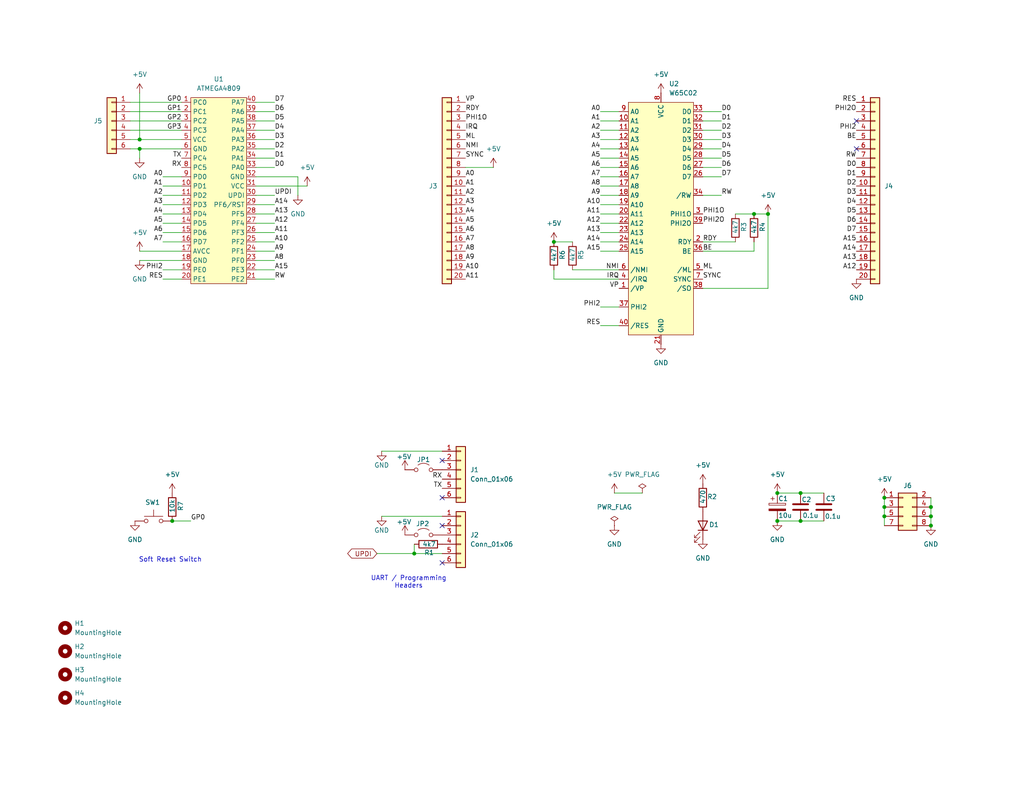
<source format=kicad_sch>
(kicad_sch (version 20231120) (generator "eeschema") (generator_version "8.0")
  (paper "A")
  (title_block (title "VR65C02") (date "2024-09-06") (rev "1.0a") (company "Colin Maykish") (comment 1 "github.com/crmaykish/VR65C02"))
  (lib_symbols
    (symbol "ATMEGA4809-DIP40:ATMEGA4809"
      (property "Reference" "U" (at 6.858 28.194 0))
      (property "Value" "ATMEGA4809" (at -3.302 27.94 0))
      (symbol "ATMEGA4809_1_1"
        (rectangle (start -7.62 26.67) (end 7.62 -24.13) (fill (type background)))
        (pin bidirectional line (at -10.16 25.4 0) (length 2.54) (name "PC0") (number "1"))
        (pin bidirectional line (at -10.16 2.54 0) (length 2.54) (name "PD1") (number "10"))
        (pin bidirectional line (at -10.16 0 0) (length 2.54) (name "PD2") (number "11"))
        (pin bidirectional line (at -10.16 -2.54 0) (length 2.54) (name "PD3") (number "12"))
        (pin bidirectional line (at -10.16 -5.08 0) (length 2.54) (name "PD4") (number "13"))
        (pin bidirectional line (at -10.16 -7.62 0) (length 2.54) (name "PD5") (number "14"))
        (pin bidirectional line (at -10.16 -10.16 0) (length 2.54) (name "PD6") (number "15"))
        (pin bidirectional line (at -10.16 -12.7 0) (length 2.54) (name "PD7") (number "16"))
        (pin power_in line (at -10.16 -15.24 0) (length 2.54) (name "AVCC") (number "17"))
        (pin power_in line (at -10.16 -17.78 0) (length 2.54) (name "GND") (number "18"))
        (pin bidirectional line (at -10.16 -20.32 0) (length 2.54) (name "PE0") (number "19"))
        (pin bidirectional line (at -10.16 22.86 0) (length 2.54) (name "PC1") (number "2"))
        (pin bidirectional line (at -10.16 -22.86 0) (length 2.54) (name "PE1") (number "20"))
        (pin bidirectional line (at 10.16 -22.86 180) (length 2.54) (name "PE2") (number "21"))
        (pin bidirectional line (at 10.16 -20.32 180) (length 2.54) (name "PE3") (number "22"))
        (pin bidirectional line (at 10.16 -17.78 180) (length 2.54) (name "PF0") (number "23"))
        (pin bidirectional line (at 10.16 -15.24 180) (length 2.54) (name "PF1") (number "24"))
        (pin bidirectional line (at 10.16 -12.7 180) (length 2.54) (name "PF2") (number "25"))
        (pin bidirectional line (at 10.16 -10.16 180) (length 2.54) (name "PF3") (number "26"))
        (pin bidirectional line (at 10.16 -7.62 180) (length 2.54) (name "PF4") (number "27"))
        (pin bidirectional line (at 10.16 -5.08 180) (length 2.54) (name "PF5") (number "28"))
        (pin bidirectional line (at 10.16 -2.54 180) (length 2.54) (name "PF6/RST") (number "29"))
        (pin bidirectional line (at -10.16 20.32 0) (length 2.54) (name "PC2") (number "3"))
        (pin bidirectional line (at 10.16 0 180) (length 2.54) (name "UPDI") (number "30"))
        (pin power_in line (at 10.16 2.54 180) (length 2.54) (name "VCC") (number "31"))
        (pin power_in line (at 10.16 5.08 180) (length 2.54) (name "GND") (number "32"))
        (pin bidirectional line (at 10.16 7.62 180) (length 2.54) (name "PA0") (number "33"))
        (pin bidirectional line (at 10.16 10.16 180) (length 2.54) (name "PA1") (number "34"))
        (pin bidirectional line (at 10.16 12.7 180) (length 2.54) (name "PA2") (number "35"))
        (pin bidirectional line (at 10.16 15.24 180) (length 2.54) (name "PA3") (number "36"))
        (pin bidirectional line (at 10.16 17.78 180) (length 2.54) (name "PA4") (number "37"))
        (pin bidirectional line (at 10.16 20.32 180) (length 2.54) (name "PA5") (number "38"))
        (pin bidirectional line (at 10.16 22.86 180) (length 2.54) (name "PA6") (number "39"))
        (pin bidirectional line (at -10.16 17.78 0) (length 2.54) (name "PC3") (number "4"))
        (pin bidirectional line (at 10.16 25.4 180) (length 2.54) (name "PA7") (number "40"))
        (pin power_in line (at -10.16 15.24 0) (length 2.54) (name "VCC") (number "5"))
        (pin power_in line (at -10.16 12.7 0) (length 2.54) (name "GND") (number "6"))
        (pin bidirectional line (at -10.16 10.16 0) (length 2.54) (name "PC4") (number "7"))
        (pin bidirectional line (at -10.16 7.62 0) (length 2.54) (name "PC5") (number "8"))
        (pin bidirectional line (at -10.16 5.08 0) (length 2.54) (name "PD0") (number "9"))
      )
    )
    (symbol "Connector_Generic:Conn_01x06" (pin_names (offset 1.016) hide)
      (property "Reference" "J" (at 0 7.62 0))
      (property "Value" "Conn_01x06" (at 0 -10.16 0))
      (symbol "Conn_01x06_1_1"
        (rectangle (start -1.27 -7.493) (end 0 -7.747) (stroke (width 0.1524)))
        (rectangle (start -1.27 -4.953) (end 0 -5.207) (stroke (width 0.1524)))
        (rectangle (start -1.27 -2.413) (end 0 -2.667) (stroke (width 0.1524)))
        (rectangle (start -1.27 0.127) (end 0 -0.127) (stroke (width 0.1524)))
        (rectangle (start -1.27 2.667) (end 0 2.413) (stroke (width 0.1524)))
        (rectangle (start -1.27 5.207) (end 0 4.953) (stroke (width 0.1524)))
        (rectangle (start -1.27 6.35) (end 1.27 -8.89) (stroke (width 0.254)) (fill (type background)))
        (pin passive line (at -5.08 5.08 0) (length 3.81) (name "Pin_1") (number "1"))
        (pin passive line (at -5.08 2.54 0) (length 3.81) (name "Pin_2") (number "2"))
        (pin passive line (at -5.08 0 0) (length 3.81) (name "Pin_3") (number "3"))
        (pin passive line (at -5.08 -2.54 0) (length 3.81) (name "Pin_4") (number "4"))
        (pin passive line (at -5.08 -5.08 0) (length 3.81) (name "Pin_5") (number "5"))
        (pin passive line (at -5.08 -7.62 0) (length 3.81) (name "Pin_6") (number "6"))
      )
    )
    (symbol "Connector_Generic:Conn_01x20" (pin_names (offset 1.016) hide)
      (property "Reference" "J" (at 0 25.4 0))
      (property "Value" "Conn_01x20" (at 0 -27.94 0))
      (symbol "Conn_01x20_1_1"
        (rectangle (start -1.27 -25.273) (end 0 -25.527) (stroke (width 0.1524)))
        (rectangle (start -1.27 -22.733) (end 0 -22.987) (stroke (width 0.1524)))
        (rectangle (start -1.27 -20.193) (end 0 -20.447) (stroke (width 0.1524)))
        (rectangle (start -1.27 -17.653) (end 0 -17.907) (stroke (width 0.1524)))
        (rectangle (start -1.27 -15.113) (end 0 -15.367) (stroke (width 0.1524)))
        (rectangle (start -1.27 -12.573) (end 0 -12.827) (stroke (width 0.1524)))
        (rectangle (start -1.27 -10.033) (end 0 -10.287) (stroke (width 0.1524)))
        (rectangle (start -1.27 -7.493) (end 0 -7.747) (stroke (width 0.1524)))
        (rectangle (start -1.27 -4.953) (end 0 -5.207) (stroke (width 0.1524)))
        (rectangle (start -1.27 -2.413) (end 0 -2.667) (stroke (width 0.1524)))
        (rectangle (start -1.27 0.127) (end 0 -0.127) (stroke (width 0.1524)))
        (rectangle (start -1.27 2.667) (end 0 2.413) (stroke (width 0.1524)))
        (rectangle (start -1.27 5.207) (end 0 4.953) (stroke (width 0.1524)))
        (rectangle (start -1.27 7.747) (end 0 7.493) (stroke (width 0.1524)))
        (rectangle (start -1.27 10.287) (end 0 10.033) (stroke (width 0.1524)))
        (rectangle (start -1.27 12.827) (end 0 12.573) (stroke (width 0.1524)))
        (rectangle (start -1.27 15.367) (end 0 15.113) (stroke (width 0.1524)))
        (rectangle (start -1.27 17.907) (end 0 17.653) (stroke (width 0.1524)))
        (rectangle (start -1.27 20.447) (end 0 20.193) (stroke (width 0.1524)))
        (rectangle (start -1.27 22.987) (end 0 22.733) (stroke (width 0.1524)))
        (rectangle (start -1.27 24.13) (end 1.27 -26.67) (stroke (width 0.254)) (fill (type background)))
        (pin passive line (at -5.08 22.86 0) (length 3.81) (name "Pin_1") (number "1"))
        (pin passive line (at -5.08 0 0) (length 3.81) (name "Pin_10") (number "10"))
        (pin passive line (at -5.08 -2.54 0) (length 3.81) (name "Pin_11") (number "11"))
        (pin passive line (at -5.08 -5.08 0) (length 3.81) (name "Pin_12") (number "12"))
        (pin passive line (at -5.08 -7.62 0) (length 3.81) (name "Pin_13") (number "13"))
        (pin passive line (at -5.08 -10.16 0) (length 3.81) (name "Pin_14") (number "14"))
        (pin passive line (at -5.08 -12.7 0) (length 3.81) (name "Pin_15") (number "15"))
        (pin passive line (at -5.08 -15.24 0) (length 3.81) (name "Pin_16") (number "16"))
        (pin passive line (at -5.08 -17.78 0) (length 3.81) (name "Pin_17") (number "17"))
        (pin passive line (at -5.08 -20.32 0) (length 3.81) (name "Pin_18") (number "18"))
        (pin passive line (at -5.08 -22.86 0) (length 3.81) (name "Pin_19") (number "19"))
        (pin passive line (at -5.08 20.32 0) (length 3.81) (name "Pin_2") (number "2"))
        (pin passive line (at -5.08 -25.4 0) (length 3.81) (name "Pin_20") (number "20"))
        (pin passive line (at -5.08 17.78 0) (length 3.81) (name "Pin_3") (number "3"))
        (pin passive line (at -5.08 15.24 0) (length 3.81) (name "Pin_4") (number "4"))
        (pin passive line (at -5.08 12.7 0) (length 3.81) (name "Pin_5") (number "5"))
        (pin passive line (at -5.08 10.16 0) (length 3.81) (name "Pin_6") (number "6"))
        (pin passive line (at -5.08 7.62 0) (length 3.81) (name "Pin_7") (number "7"))
        (pin passive line (at -5.08 5.08 0) (length 3.81) (name "Pin_8") (number "8"))
        (pin passive line (at -5.08 2.54 0) (length 3.81) (name "Pin_9") (number "9"))
      )
    )
    (symbol "Connector_Generic:Conn_02x04_Odd_Even" (pin_names (offset 1.016) hide)
      (property "Reference" "J" (at 1.27 5.08 0))
      (property "Value" "Conn_02x04_Odd_Even" (at 1.27 -7.62 0))
      (symbol "Conn_02x04_Odd_Even_1_1"
        (rectangle (start -1.27 -4.953) (end 0 -5.207) (stroke (width 0.1524)))
        (rectangle (start -1.27 -2.413) (end 0 -2.667) (stroke (width 0.1524)))
        (rectangle (start -1.27 0.127) (end 0 -0.127) (stroke (width 0.1524)))
        (rectangle (start -1.27 2.667) (end 0 2.413) (stroke (width 0.1524)))
        (rectangle (start -1.27 3.81) (end 3.81 -6.35) (stroke (width 0.254)) (fill (type background)))
        (rectangle (start 3.81 -4.953) (end 2.54 -5.207) (stroke (width 0.1524)))
        (rectangle (start 3.81 -2.413) (end 2.54 -2.667) (stroke (width 0.1524)))
        (rectangle (start 3.81 0.127) (end 2.54 -0.127) (stroke (width 0.1524)))
        (rectangle (start 3.81 2.667) (end 2.54 2.413) (stroke (width 0.1524)))
        (pin passive line (at -5.08 2.54 0) (length 3.81) (name "Pin_1") (number "1"))
        (pin passive line (at 7.62 2.54 180) (length 3.81) (name "Pin_2") (number "2"))
        (pin passive line (at -5.08 0 0) (length 3.81) (name "Pin_3") (number "3"))
        (pin passive line (at 7.62 0 180) (length 3.81) (name "Pin_4") (number "4"))
        (pin passive line (at -5.08 -2.54 0) (length 3.81) (name "Pin_5") (number "5"))
        (pin passive line (at 7.62 -2.54 180) (length 3.81) (name "Pin_6") (number "6"))
        (pin passive line (at -5.08 -5.08 0) (length 3.81) (name "Pin_7") (number "7"))
        (pin passive line (at 7.62 -5.08 180) (length 3.81) (name "Pin_8") (number "8"))
      )
    )
    (symbol "Device:C" (pin_numbers hide) (pin_names (offset 0.254))
      (property "Reference" "C" (at 0.635 2.54 0))
      (property "Value" "C" (at 0.635 -2.54 0))
      (symbol "C_0_1"
        (polyline (pts (xy -2.032 -0.762) (xy 2.032 -0.762)) (stroke (width 0.508)))
        (polyline (pts (xy -2.032 0.762) (xy 2.032 0.762)) (stroke (width 0.508)))
      )
      (symbol "C_1_1"
        (pin passive line (at 0 3.81 270) (length 2.794) (name "~") (number "1"))
        (pin passive line (at 0 -3.81 90) (length 2.794) (name "~") (number "2"))
      )
    )
    (symbol "Device:C_Polarized" (pin_numbers hide) (pin_names (offset 0.254))
      (property "Reference" "C" (at 0.635 2.54 0))
      (property "Value" "C_Polarized" (at 0.635 -2.54 0))
      (symbol "C_Polarized_0_1"
        (rectangle (start -2.286 0.508) (end 2.286 1.016))
        (polyline (pts (xy -1.778 2.286) (xy -0.762 2.286)))
        (polyline (pts (xy -1.27 2.794) (xy -1.27 1.778)))
        (rectangle (start 2.286 -0.508) (end -2.286 -1.016) (fill (type outline)))
      )
      (symbol "C_Polarized_1_1"
        (pin passive line (at 0 3.81 270) (length 2.794) (name "~") (number "1"))
        (pin passive line (at 0 -3.81 90) (length 2.794) (name "~") (number "2"))
      )
    )
    (symbol "Device:LED" (pin_numbers hide) (pin_names (offset 1.016) hide)
      (property "Reference" "D" (at 0 2.54 0))
      (property "Value" "LED" (at 0 -2.54 0))
      (symbol "LED_0_1"
        (polyline (pts (xy -1.27 -1.27) (xy -1.27 1.27)) (stroke (width 0.254)))
        (polyline (pts (xy -1.27 0) (xy 1.27 0)))
        (polyline (pts (xy 1.27 -1.27) (xy 1.27 1.27) (xy -1.27 0) (xy 1.27 -1.27)) (stroke (width 0.254)))
        (polyline (pts (xy -3.048 -0.762) (xy -4.572 -2.286) (xy -3.81 -2.286) (xy -4.572 -2.286) (xy -4.572 -1.524)))
        (polyline (pts (xy -1.778 -0.762) (xy -3.302 -2.286) (xy -2.54 -2.286) (xy -3.302 -2.286) (xy -3.302 -1.524)))
      )
      (symbol "LED_1_1"
        (pin passive line (at -3.81 0 0) (length 2.54) (name "K") (number "1"))
        (pin passive line (at 3.81 0 180) (length 2.54) (name "A") (number "2"))
      )
    )
    (symbol "Device:R" (pin_numbers hide) (pin_names (offset 0))
      (property "Reference" "R" (at 2.032 0 90))
      (property "Value" "R" (at 0 0 90))
      (symbol "R_0_1"
        (rectangle (start -1.016 -2.54) (end 1.016 2.54) (stroke (width 0.254)))
      )
      (symbol "R_1_1"
        (pin passive line (at 0 3.81 270) (length 1.27) (name "~") (number "1"))
        (pin passive line (at 0 -3.81 90) (length 1.27) (name "~") (number "2"))
      )
    )
    (symbol "Jumper:Jumper_2_Open" (pin_numbers hide) (pin_names (offset 0) hide) (exclude_from_sim yes)
      (property "Reference" "JP" (at 0 2.794 0))
      (property "Value" "Jumper_2_Open" (at 0 -2.286 0))
      (symbol "Jumper_2_Open_0_0"
        (circle (center -2.032 0) (radius 0.508))
        (circle (center 2.032 0) (radius 0.508))
      )
      (symbol "Jumper_2_Open_0_1"
        (arc (start 1.524 1.27) (mid 0 1.778) (end -1.524 1.27))
      )
      (symbol "Jumper_2_Open_1_1"
        (pin passive line (at -5.08 0 0) (length 2.54) (name "A") (number "1"))
        (pin passive line (at 5.08 0 180) (length 2.54) (name "B") (number "2"))
      )
    )
    (symbol "Mechanical:MountingHole" (pin_names (offset 1.016)) (exclude_from_sim yes) (in_bom no)
      (property "Reference" "H" (at 0 5.08 0))
      (property "Value" "MountingHole" (at 0 3.175 0))
      (symbol "MountingHole_0_1"
        (circle (center 0 0) (radius 1.27) (stroke (width 1.27)))
      )
    )
    (symbol "Switch:SW_Push" (pin_numbers hide) (pin_names (offset 1.016) hide)
      (property "Reference" "SW" (at 1.27 2.54 0))
      (property "Value" "SW_Push" (at 0 -1.524 0))
      (symbol "SW_Push_0_1"
        (circle (center -2.032 0) (radius 0.508))
        (polyline (pts (xy 0 1.27) (xy 0 3.048)))
        (polyline (pts (xy 2.54 1.27) (xy -2.54 1.27)))
        (circle (center 2.032 0) (radius 0.508))
        (pin passive line (at -5.08 0 0) (length 2.54) (name "1") (number "1"))
        (pin passive line (at 5.08 0 180) (length 2.54) (name "2") (number "2"))
      )
    )
    (symbol "W65Cxx:W65C02"
      (property "Reference" "U" (at 4.318 34.798 0))
      (property "Value" "W65C02" (at -6.858 34.798 0))
      (symbol "W65C02_1_1"
        (rectangle (start -8.89 33.02) (end 8.89 -30.48) (fill (type background)))
        (pin output line (at -11.43 -17.78 0) (length 2.54) (name "/VP") (number "1"))
        (pin output line (at -11.43 27.94 0) (length 2.54) (name "A1") (number "10"))
        (pin output line (at -11.43 25.4 0) (length 2.54) (name "A2") (number "11"))
        (pin output line (at -11.43 22.86 0) (length 2.54) (name "A3") (number "12"))
        (pin output line (at -11.43 20.32 0) (length 2.54) (name "A4") (number "13"))
        (pin output line (at -11.43 17.78 0) (length 2.54) (name "A5") (number "14"))
        (pin output line (at -11.43 15.24 0) (length 2.54) (name "A6") (number "15"))
        (pin output line (at -11.43 12.7 0) (length 2.54) (name "A7") (number "16"))
        (pin output line (at -11.43 10.16 0) (length 2.54) (name "A8") (number "17"))
        (pin output line (at -11.43 7.62 0) (length 2.54) (name "A9") (number "18"))
        (pin output line (at -11.43 5.08 0) (length 2.54) (name "A10") (number "19"))
        (pin bidirectional line (at 11.43 -5.08 180) (length 2.54) (name "RDY") (number "2"))
        (pin output line (at -11.43 2.54 0) (length 2.54) (name "A11") (number "20"))
        (pin power_in line (at 0 -33.02 90) (length 2.54) (name "GND") (number "21"))
        (pin output line (at -11.43 0 0) (length 2.54) (name "A12") (number "22"))
        (pin output line (at -11.43 -2.54 0) (length 2.54) (name "A13") (number "23"))
        (pin output line (at -11.43 -5.08 0) (length 2.54) (name "A14") (number "24"))
        (pin output line (at -11.43 -7.62 0) (length 2.54) (name "A15") (number "25"))
        (pin bidirectional line (at 11.43 12.7 180) (length 2.54) (name "D7") (number "26"))
        (pin bidirectional line (at 11.43 15.24 180) (length 2.54) (name "D6") (number "27"))
        (pin bidirectional line (at 11.43 17.78 180) (length 2.54) (name "D5") (number "28"))
        (pin bidirectional line (at 11.43 20.32 180) (length 2.54) (name "D4") (number "29"))
        (pin output line (at 11.43 2.54 180) (length 2.54) (name "PHI1O") (number "3"))
        (pin bidirectional line (at 11.43 22.86 180) (length 2.54) (name "D3") (number "30"))
        (pin bidirectional line (at 11.43 25.4 180) (length 2.54) (name "D2") (number "31"))
        (pin bidirectional line (at 11.43 27.94 180) (length 2.54) (name "D1") (number "32"))
        (pin bidirectional line (at 11.43 30.48 180) (length 2.54) (name "D0") (number "33"))
        (pin output line (at 11.43 7.62 180) (length 2.54) (name "/RW") (number "34"))
        (pin no_connect line (at 11.43 -20.32 180) (length 2.54) hide (name "NC") (number "35"))
        (pin input line (at 11.43 -7.62 180) (length 2.54) (name "BE") (number "36"))
        (pin input line (at -11.43 -22.86 0) (length 2.54) (name "PHI2") (number "37"))
        (pin input line (at 11.43 -17.78 180) (length 2.54) (name "/SO") (number "38"))
        (pin output line (at 11.43 0 180) (length 2.54) (name "PHI2O") (number "39"))
        (pin input line (at -11.43 -15.24 0) (length 2.54) (name "/IRQ") (number "4"))
        (pin input line (at -11.43 -27.94 0) (length 2.54) (name "/RES") (number "40"))
        (pin output line (at 11.43 -12.7 180) (length 2.54) (name "/ML") (number "5"))
        (pin input line (at -11.43 -12.7 0) (length 2.54) (name "/NMI") (number "6"))
        (pin output line (at 11.43 -15.24 180) (length 2.54) (name "SYNC") (number "7"))
        (pin power_in line (at 0 35.56 270) (length 2.54) (name "VCC") (number "8"))
        (pin output line (at -11.43 30.48 0) (length 2.54) (name "A0") (number "9"))
      )
    )
    (symbol "power:+5V" (power) (pin_numbers hide) (pin_names (offset 0) hide)
      (property "Value" "+5V" (at 0 3.556 0))
      (symbol "+5V_0_1"
        (polyline (pts (xy -0.762 1.27) (xy 0 2.54)))
        (polyline (pts (xy 0 0) (xy 0 2.54)))
        (polyline (pts (xy 0 2.54) (xy 0.762 1.27)))
      )
      (symbol "+5V_1_1"
        (pin power_in line (at 0 0 90) (length 0) (name "~") (number "1"))
      )
    )
    (symbol "power:GND" (power) (pin_numbers hide) (pin_names (offset 0) hide)
      (property "Value" "GND" (at 0 -3.81 0))
      (symbol "GND_0_1"
        (polyline (pts (xy 0 0) (xy 0 -1.27) (xy 1.27 -1.27) (xy 0 -2.54) (xy -1.27 -1.27) (xy 0 -1.27)))
      )
      (symbol "GND_1_1"
        (pin power_in line (at 0 0 270) (length 0) (name "~") (number "1"))
      )
    )
    (symbol "power:PWR_FLAG" (power) (pin_numbers hide) (pin_names (offset 0) hide)
      (property "Value" "PWR_FLAG" (at 0 3.81 0))
      (symbol "PWR_FLAG_0_0"
        (pin power_out line (at 0 0 90) (length 0) (name "~") (number "1"))
      )
      (symbol "PWR_FLAG_0_1"
        (polyline (pts (xy 0 0) (xy 0 1.27) (xy -1.016 1.905) (xy 0 2.54) (xy 1.016 1.905) (xy 0 1.27)))
      )
    )
  )
  (junction (at 212.09 142.24))
  (junction (at 241.3 140.97))
  (junction (at 254 140.97))
  (junction (at 46.99 142.24))
  (junction (at 254 138.43))
  (junction (at 209.55 58.42))
  (junction (at 205.74 58.42))
  (junction (at 254 143.51))
  (junction (at 241.3 138.43))
  (junction (at 241.3 135.89))
  (junction (at 218.44 142.24))
  (junction (at 38.1 40.64))
  (junction (at 212.09 134.62))
  (junction (at 38.1 38.1))
  (junction (at 151.13 66.04))
  (junction (at 218.44 134.62))
  (junction (at 113.03 151.13))
  (no_connect (at 120.65 125.73))
  (no_connect (at 233.68 40.64))
  (no_connect (at 120.65 143.51))
  (no_connect (at 120.65 135.89))
  (no_connect (at 120.65 153.67))
  (no_connect (at 233.68 33.02))
  (wire (pts (xy 212.09 142.24) (xy 218.44 142.24)))
  (wire (pts (xy 134.62 45.72) (xy 127 45.72)))
  (wire (pts (xy 218.44 142.24) (xy 224.79 142.24)))
  (wire (pts (xy 163.83 53.34) (xy 168.91 53.34)))
  (wire (pts (xy 156.21 73.66) (xy 168.91 73.66)))
  (wire (pts (xy 74.93 66.04) (xy 69.85 66.04)))
  (wire (pts (xy 241.3 138.43) (xy 241.3 140.97)))
  (wire (pts (xy 74.93 71.12) (xy 69.85 71.12)))
  (wire (pts (xy 35.56 33.02) (xy 49.53 33.02)))
  (wire (pts (xy 163.83 38.1) (xy 168.91 38.1)))
  (wire (pts (xy 44.45 66.04) (xy 49.53 66.04)))
  (wire (pts (xy 163.83 88.9) (xy 168.91 88.9)))
  (wire (pts (xy 35.56 35.56) (xy 49.53 35.56)))
  (wire (pts (xy 254 138.43) (xy 254 140.97)))
  (wire (pts (xy 74.93 40.64) (xy 69.85 40.64)))
  (wire (pts (xy 44.45 48.26) (xy 49.53 48.26)))
  (wire (pts (xy 74.93 43.18) (xy 69.85 43.18)))
  (wire (pts (xy 35.56 38.1) (xy 38.1 38.1)))
  (wire (pts (xy 74.93 73.66) (xy 69.85 73.66)))
  (wire (pts (xy 35.56 40.64) (xy 38.1 40.64)))
  (wire (pts (xy 200.66 58.42) (xy 205.74 58.42)))
  (wire (pts (xy 191.77 78.74) (xy 209.55 78.74)))
  (wire (pts (xy 163.83 40.64) (xy 168.91 40.64)))
  (wire (pts (xy 163.83 55.88) (xy 168.91 55.88)))
  (wire (pts (xy 151.13 76.2) (xy 151.13 73.66)))
  (wire (pts (xy 74.93 35.56) (xy 69.85 35.56)))
  (wire (pts (xy 209.55 58.42) (xy 209.55 78.74)))
  (wire (pts (xy 163.83 45.72) (xy 168.91 45.72)))
  (wire (pts (xy 163.83 63.5) (xy 168.91 63.5)))
  (wire (pts (xy 74.93 68.58) (xy 69.85 68.58)))
  (wire (pts (xy 74.93 38.1) (xy 69.85 38.1)))
  (wire (pts (xy 241.3 140.97) (xy 241.3 143.51)))
  (wire (pts (xy 196.85 45.72) (xy 191.77 45.72)))
  (wire (pts (xy 212.09 134.62) (xy 218.44 134.62)))
  (wire (pts (xy 196.85 38.1) (xy 191.77 38.1)))
  (wire (pts (xy 74.93 63.5) (xy 69.85 63.5)))
  (wire (pts (xy 74.93 76.2) (xy 69.85 76.2)))
  (wire (pts (xy 44.45 53.34) (xy 49.53 53.34)))
  (wire (pts (xy 44.45 73.66) (xy 49.53 73.66)))
  (wire (pts (xy 196.85 40.64) (xy 191.77 40.64)))
  (wire (pts (xy 196.85 43.18) (xy 191.77 43.18)))
  (wire (pts (xy 102.87 151.13) (xy 113.03 151.13)))
  (wire (pts (xy 163.83 58.42) (xy 168.91 58.42)))
  (wire (pts (xy 104.14 140.97) (xy 120.65 140.97)))
  (wire (pts (xy 44.45 76.2) (xy 49.53 76.2)))
  (wire (pts (xy 44.45 60.96) (xy 49.53 60.96)))
  (wire (pts (xy 44.45 58.42) (xy 49.53 58.42)))
  (wire (pts (xy 81.28 53.34) (xy 81.28 48.26)))
  (wire (pts (xy 205.74 58.42) (xy 209.55 58.42)))
  (wire (pts (xy 38.1 40.64) (xy 38.1 43.18)))
  (wire (pts (xy 38.1 68.58) (xy 49.53 68.58)))
  (wire (pts (xy 74.93 33.02) (xy 69.85 33.02)))
  (wire (pts (xy 151.13 66.04) (xy 156.21 66.04)))
  (wire (pts (xy 74.93 30.48) (xy 69.85 30.48)))
  (wire (pts (xy 74.93 53.34) (xy 69.85 53.34)))
  (wire (pts (xy 163.83 50.8) (xy 168.91 50.8)))
  (wire (pts (xy 113.03 151.13) (xy 120.65 151.13)))
  (wire (pts (xy 163.83 83.82) (xy 168.91 83.82)))
  (wire (pts (xy 163.83 68.58) (xy 168.91 68.58)))
  (wire (pts (xy 241.3 135.89) (xy 241.3 138.43)))
  (wire (pts (xy 163.83 48.26) (xy 168.91 48.26)))
  (wire (pts (xy 35.56 30.48) (xy 49.53 30.48)))
  (wire (pts (xy 163.83 33.02) (xy 168.91 33.02)))
  (wire (pts (xy 163.83 35.56) (xy 168.91 35.56)))
  (wire (pts (xy 81.28 48.26) (xy 69.85 48.26)))
  (wire (pts (xy 38.1 40.64) (xy 49.53 40.64)))
  (wire (pts (xy 44.45 55.88) (xy 49.53 55.88)))
  (wire (pts (xy 205.74 68.58) (xy 205.74 66.04)))
  (wire (pts (xy 196.85 35.56) (xy 191.77 35.56)))
  (wire (pts (xy 196.85 48.26) (xy 191.77 48.26)))
  (wire (pts (xy 38.1 38.1) (xy 49.53 38.1)))
  (wire (pts (xy 44.45 63.5) (xy 49.53 63.5)))
  (wire (pts (xy 196.85 33.02) (xy 191.77 33.02)))
  (wire (pts (xy 196.85 30.48) (xy 191.77 30.48)))
  (wire (pts (xy 218.44 134.62) (xy 224.79 134.62)))
  (wire (pts (xy 163.83 60.96) (xy 168.91 60.96)))
  (wire (pts (xy 52.07 142.24) (xy 46.99 142.24)))
  (wire (pts (xy 74.93 27.94) (xy 69.85 27.94)))
  (wire (pts (xy 38.1 71.12) (xy 49.53 71.12)))
  (wire (pts (xy 163.83 30.48) (xy 168.91 30.48)))
  (wire (pts (xy 38.1 25.4) (xy 38.1 38.1)))
  (wire (pts (xy 74.93 45.72) (xy 69.85 45.72)))
  (wire (pts (xy 167.64 134.62) (xy 175.26 134.62)))
  (wire (pts (xy 191.77 68.58) (xy 205.74 68.58)))
  (wire (pts (xy 74.93 55.88) (xy 69.85 55.88)))
  (wire (pts (xy 44.45 50.8) (xy 49.53 50.8)))
  (wire (pts (xy 113.03 148.59) (xy 113.03 151.13)))
  (wire (pts (xy 74.93 58.42) (xy 69.85 58.42)))
  (wire (pts (xy 191.77 66.04) (xy 200.66 66.04)))
  (wire (pts (xy 83.82 50.8) (xy 69.85 50.8)))
  (wire (pts (xy 163.83 66.04) (xy 168.91 66.04)))
  (wire (pts (xy 196.85 53.34) (xy 191.77 53.34)))
  (wire (pts (xy 104.14 123.19) (xy 120.65 123.19)))
  (wire (pts (xy 163.83 43.18) (xy 168.91 43.18)))
  (wire (pts (xy 35.56 27.94) (xy 49.53 27.94)))
  (wire (pts (xy 74.93 60.96) (xy 69.85 60.96)))
  (wire (pts (xy 254 140.97) (xy 254 143.51)))
  (wire (pts (xy 168.91 76.2) (xy 151.13 76.2)))
  (wire (pts (xy 254 135.89) (xy 254 138.43)))
  (text "Soft Reset Switch" (at 46.482 152.908 0) (effects (font (size 1.27 1.27))))
  (text "UART / Programming\nHeaders" (at 111.506 159.004 0) (effects (font (size 1.27 1.27))))
  (label "D0" (at 233.68 45.72 180))
  (label "D5" (at 74.93 33.02 0))
  (label "A12" (at 74.93 60.96 0))
  (label "A10" (at 74.93 66.04 0))
  (label "A9" (at 127 71.12 0))
  (label "D4" (at 74.93 35.56 0))
  (label "A1" (at 163.83 33.02 180))
  (label "PHI2" (at 163.83 83.82 180))
  (label "A5" (at 163.83 43.18 180))
  (label "A3" (at 127 55.88 0))
  (label "A7" (at 44.45 66.04 180))
  (label "RW" (at 233.68 43.18 180))
  (label "D3" (at 233.68 53.34 180))
  (label "A14" (at 163.83 66.04 180))
  (label "A2" (at 163.83 35.56 180))
  (label "D7" (at 233.68 63.5 180))
  (label "TX" (at 120.65 133.35 180))
  (label "A6" (at 127 63.5 0))
  (label "D2" (at 74.93 40.64 0))
  (label "A0" (at 44.45 48.26 180))
  (label "A12" (at 163.83 60.96 180))
  (label "GP0" (at 49.53 27.94 180))
  (label "GP3" (at 49.53 35.56 180))
  (label "D4" (at 196.85 40.64 0))
  (label "A9" (at 74.93 68.58 0))
  (label "A14" (at 74.93 55.88 0))
  (label "A8" (at 163.83 50.8 180))
  (label "A7" (at 163.83 48.26 180))
  (label "RW" (at 196.85 53.34 0))
  (label "GP0" (at 52.07 142.24 0))
  (label "ML" (at 127 38.1 0))
  (label "D0" (at 196.85 30.48 0))
  (label "PHI1O" (at 191.77 58.42 0))
  (label "A4" (at 163.83 40.64 180))
  (label "A9" (at 163.83 53.34 180))
  (label "A12" (at 233.68 73.66 180))
  (label "RES" (at 163.83 88.9 180))
  (label "RDY" (at 191.77 66.04 0))
  (label "PHI2O" (at 233.68 30.48 180))
  (label "A1" (at 127 50.8 0))
  (label "RES" (at 44.45 76.2 180))
  (label "ML" (at 191.77 73.66 0))
  (label "D1" (at 74.93 43.18 0))
  (label "A13" (at 74.93 58.42 0))
  (label "A13" (at 233.68 71.12 180))
  (label "VP" (at 127 27.94 0))
  (label "A11" (at 74.93 63.5 0))
  (label "D1" (at 233.68 48.26 180))
  (label "A1" (at 44.45 50.8 180))
  (label "D7" (at 196.85 48.26 0))
  (label "A13" (at 163.83 63.5 180))
  (label "RX" (at 49.53 45.72 180))
  (label "D3" (at 196.85 38.1 0))
  (label "A5" (at 127 60.96 0))
  (label "A6" (at 163.83 45.72 180))
  (label "A11" (at 127 76.2 0))
  (label "A15" (at 163.83 68.58 180))
  (label "GP1" (at 49.53 30.48 180))
  (label "NMI" (at 127 40.64 0))
  (label "A15" (at 74.93 73.66 0))
  (label "SYNC" (at 191.77 76.2 0))
  (label "A5" (at 44.45 60.96 180))
  (label "A14" (at 233.68 68.58 180))
  (label "PHI2" (at 44.45 73.66 180))
  (label "A8" (at 127 68.58 0))
  (label "A10" (at 127 73.66 0))
  (label "A3" (at 163.83 38.1 180))
  (label "A2" (at 127 53.34 0))
  (label "RW" (at 74.93 76.2 0))
  (label "A0" (at 127 48.26 0))
  (label "D6" (at 196.85 45.72 0))
  (label "BE" (at 191.77 68.58 0))
  (label "PHI2" (at 233.68 35.56 180))
  (label "D0" (at 74.93 45.72 0))
  (label "A10" (at 163.83 55.88 180))
  (label "A15" (at 233.68 66.04 180))
  (label "RDY" (at 127 30.48 0))
  (label "VP" (at 168.91 78.74 180))
  (label "D7" (at 74.93 27.94 0))
  (label "A2" (at 44.45 53.34 180))
  (label "D5" (at 233.68 58.42 180))
  (label "RX" (at 120.65 130.81 180))
  (label "D3" (at 74.93 38.1 0))
  (label "D6" (at 233.68 60.96 180))
  (label "IRQ" (at 168.91 76.2 180))
  (label "UPDI" (at 74.93 53.34 0))
  (label "SYNC" (at 127 43.18 0))
  (label "A8" (at 74.93 71.12 0))
  (label "D4" (at 233.68 55.88 180))
  (label "A4" (at 127 58.42 0))
  (label "D6" (at 74.93 30.48 0))
  (label "A7" (at 127 66.04 0))
  (label "D5" (at 196.85 43.18 0))
  (label "PHI1O" (at 127 33.02 0))
  (label "A6" (at 44.45 63.5 180))
  (label "PHI2O" (at 191.77 60.96 0))
  (label "A3" (at 44.45 55.88 180))
  (label "GP2" (at 49.53 33.02 180))
  (label "D2" (at 196.85 35.56 0))
  (label "D2" (at 233.68 50.8 180))
  (label "A11" (at 163.83 58.42 180))
  (label "NMI" (at 168.91 73.66 180))
  (label "D1" (at 196.85 33.02 0))
  (label "RES" (at 233.68 27.94 180))
  (label "A0" (at 163.83 30.48 180))
  (label "IRQ" (at 127 35.56 0))
  (label "A4" (at 44.45 58.42 180))
  (label "TX" (at 49.53 43.18 180))
  (label "BE" (at 233.68 38.1 180))
  (global_label "UPDI" (shape bidirectional) (at 102.87 151.13 180) (property "Intersheetrefs" "${INTERSHEET_REFS}" (effects (hide yes))))
  (symbol (lib_id "Mechanical:MountingHole") (at 17.78 171.45 0) (unit 1) (exclude_from_sim yes) (in_bom no)
    (property "Reference" "H1" (at 20.32 170.1799 0) (effects (justify left)))
    (property "Value" "MountingHole" (at 20.32 172.7199 0) (effects (justify left)))
    (property "Footprint" "MountingHole:MountingHole_3.2mm_M3" (effects (hide yes)))
    (property "Description" "Mounting Hole without connection" (effects (hide yes)))
  )
  (symbol (lib_id "power:+5V") (at 241.3 135.89 0) (unit 1)
    (property "Reference" "#PWR021" (effects (hide yes)))
    (property "Value" "+5V" (at 241.3 130.81 0))
    (property "Description" "Power symbol creates a global label with name \"+5V\"" (effects (hide yes)))
  )
  (symbol (lib_id "Connector_Generic:Conn_01x06") (at 125.73 128.27 0) (unit 1)
    (property "Reference" "J1" (at 128.27 128.2699 0) (effects (justify left)))
    (property "Value" "Conn_01x06" (at 128.27 130.8099 0) (effects (justify left)))
    (property "Footprint" "Connector_PinSocket_2.54mm:PinSocket_1x06_P2.54mm_Vertical" (effects (hide yes)))
    (property "Description" "Generic connector, single row, 01x06, script generated (kicad-library-utils/schlib/autogen/connector/)" (effects (hide yes)))
  )
  (symbol (lib_id "Device:C") (at 224.79 138.43 0) (unit 1)
    (property "Reference" "C3" (at 225.298 136.144 0) (effects (justify left)))
    (property "Value" "0.1u" (at 225.044 140.97 0) (effects (justify left)))
    (property "Footprint" "Capacitor_THT:C_Disc_D4.7mm_W2.5mm_P5.00mm" (effects (hide yes)))
    (property "Description" "Unpolarized capacitor" (effects (hide yes)))
  )
  (symbol (lib_id "power:+5V") (at 212.09 134.62 0) (unit 1)
    (property "Reference" "#PWR017" (effects (hide yes)))
    (property "Value" "+5V" (at 212.09 129.54 0))
    (property "Description" "Power symbol creates a global label with name \"+5V\"" (effects (hide yes)))
  )
  (symbol (lib_id "power:GND") (at 104.14 123.19 0) (unit 1)
    (property "Reference" "#PWR09" (effects (hide yes)))
    (property "Value" "GND" (at 104.14 127 0))
    (property "Description" "Power symbol creates a global label with name \"GND\" , ground" (effects (hide yes)))
  )
  (symbol (lib_id "Device:R") (at 46.99 138.43 180) (unit 1)
    (property "Reference" "R7" (at 49.276 138.176 90))
    (property "Value" "10k" (at 46.99 138.176 90))
    (property "Footprint" "Resistor_THT:R_Axial_DIN0207_L6.3mm_D2.5mm_P7.62mm_Horizontal" (effects (hide yes)))
    (property "Description" "Resistor" (effects (hide yes)))
  )
  (symbol (lib_id "power:GND") (at 180.34 93.98 0) (unit 1)
    (property "Reference" "#PWR01" (effects (hide yes)))
    (property "Value" "GND" (at 180.34 99.06 0))
    (property "Description" "Power symbol creates a global label with name \"GND\" , ground" (effects (hide yes)))
  )
  (symbol (lib_id "Switch:SW_Push") (at 41.91 142.24 0) (unit 1)
    (property "Reference" "SW1" (at 41.656 137.16 0))
    (property "Value" "SW_Push" (effects (hide yes)))
    (property "Footprint" "Button_Switch_THT:SW_PUSH_6mm_H5mm" (effects (hide yes)))
    (property "Description" "Push button switch, generic, two pins" (effects (hide yes)))
  )
  (symbol (lib_id "power:+5V") (at 180.34 25.4 0) (unit 1)
    (property "Reference" "#PWR02" (effects (hide yes)))
    (property "Value" "+5V" (at 180.34 20.32 0))
    (property "Description" "Power symbol creates a global label with name \"+5V\"" (effects (hide yes)))
  )
  (symbol (lib_id "power:+5V") (at 134.62 45.72 0) (unit 1)
    (property "Reference" "#PWR08" (effects (hide yes)))
    (property "Value" "+5V" (at 134.62 40.64 0))
    (property "Description" "Power symbol creates a global label with name \"+5V\"" (effects (hide yes)))
  )
  (symbol (lib_id "Mechanical:MountingHole") (at 17.78 190.5 0) (unit 1) (exclude_from_sim yes) (in_bom no)
    (property "Reference" "H4" (at 20.32 189.2299 0) (effects (justify left)))
    (property "Value" "MountingHole" (at 20.32 191.7699 0) (effects (justify left)))
    (property "Footprint" "MountingHole:MountingHole_3.2mm_M3" (effects (hide yes)))
    (property "Description" "Mounting Hole without connection" (effects (hide yes)))
  )
  (symbol (lib_id "Jumper:Jumper_2_Open") (at 115.57 128.27 0) (unit 1) (exclude_from_sim yes)
    (property "Reference" "JP1" (at 115.57 125.476 0))
    (property "Value" "Jumper_2_Open" (effects (hide yes)))
    (property "Footprint" "Connector_PinHeader_2.54mm:PinHeader_1x02_P2.54mm_Vertical" (effects (hide yes)))
    (property "Description" "Jumper, 2-pole, open" (effects (hide yes)))
  )
  (symbol (lib_id "Connector_Generic:Conn_01x20") (at 121.92 50.8 0) (mirror y) (unit 1)
    (property "Reference" "J3" (at 119.38 50.7999 0) (effects (justify left)))
    (property "Value" "Conn_01x20" (effects (hide yes)))
    (property "Footprint" "Connector_PinHeader_2.54mm:PinHeader_1x20_P2.54mm_Vertical" (effects (hide yes)))
    (property "Description" "Generic connector, single row, 01x20, script generated (kicad-library-utils/schlib/autogen/connector/)" (effects (hide yes)))
  )
  (symbol (lib_id "power:+5V") (at 167.64 134.62 0) (unit 1)
    (property "Reference" "#PWR023" (effects (hide yes)))
    (property "Value" "+5V" (at 167.64 129.54 0))
    (property "Description" "Power symbol creates a global label with name \"+5V\"" (effects (hide yes)))
  )
  (symbol (lib_id "power:GND") (at 233.68 76.2 0) (unit 1)
    (property "Reference" "#PWR07" (effects (hide yes)))
    (property "Value" "GND" (at 233.68 81.28 0))
    (property "Description" "Power symbol creates a global label with name \"GND\" , ground" (effects (hide yes)))
  )
  (symbol (lib_id "power:GND") (at 38.1 43.18 0) (unit 1)
    (property "Reference" "#PWR04" (effects (hide yes)))
    (property "Value" "GND" (at 38.1 48.26 0))
    (property "Description" "Power symbol creates a global label with name \"GND\" , ground" (effects (hide yes)))
  )
  (symbol (lib_id "power:GND") (at 254 143.51 0) (unit 1)
    (property "Reference" "#PWR022" (effects (hide yes)))
    (property "Value" "GND" (at 254 148.59 0))
    (property "Description" "Power symbol creates a global label with name \"GND\" , ground" (effects (hide yes)))
  )
  (symbol (lib_id "Device:R") (at 205.74 62.23 180) (unit 1)
    (property "Reference" "R4" (at 208.026 61.976 90))
    (property "Value" "4k7" (at 205.74 61.976 90))
    (property "Footprint" "Resistor_THT:R_Axial_DIN0207_L6.3mm_D2.5mm_P7.62mm_Horizontal" (effects (hide yes)))
    (property "Description" "Resistor" (effects (hide yes)))
  )
  (symbol (lib_id "Device:R") (at 191.77 135.89 180) (unit 1)
    (property "Reference" "R2" (at 194.31 135.636 0))
    (property "Value" "470" (at 191.77 135.636 90))
    (property "Footprint" "Resistor_THT:R_Axial_DIN0207_L6.3mm_D2.5mm_P7.62mm_Horizontal" (effects (hide yes)))
    (property "Description" "Resistor" (effects (hide yes)))
  )
  (symbol (lib_id "power:GND") (at 191.77 147.32 0) (unit 1)
    (property "Reference" "#PWR020" (effects (hide yes)))
    (property "Value" "GND" (at 191.77 152.4 0))
    (property "Description" "Power symbol creates a global label with name \"GND\" , ground" (effects (hide yes)))
  )
  (symbol (lib_id "Device:LED") (at 191.77 143.51 270) (mirror x) (unit 1)
    (property "Reference" "D1" (at 194.818 143.256 90))
    (property "Value" "LED" (effects (hide yes)))
    (property "Footprint" "LED_THT:LED_D5.0mm" (effects (hide yes)))
    (property "Description" "Light emitting diode" (effects (hide yes)))
  )
  (symbol (lib_id "power:+5V") (at 83.82 50.8 0) (unit 1)
    (property "Reference" "#PWR015" (effects (hide yes)))
    (property "Value" "+5V" (at 83.82 45.72 0))
    (property "Description" "Power symbol creates a global label with name \"+5V\"" (effects (hide yes)))
  )
  (symbol (lib_id "power:GND") (at 38.1 71.12 0) (unit 1)
    (property "Reference" "#PWR014" (effects (hide yes)))
    (property "Value" "GND" (at 38.1 76.2 0))
    (property "Description" "Power symbol creates a global label with name \"GND\" , ground" (effects (hide yes)))
  )
  (symbol (lib_id "Connector_Generic:Conn_02x04_Odd_Even") (at 246.38 138.43 0) (unit 1)
    (property "Reference" "J6" (at 247.65 132.588 0))
    (property "Value" "Conn_02x04_Odd_Even" (effects (hide yes)))
    (property "Footprint" "Connector_PinHeader_2.54mm:PinHeader_2x04_P2.54mm_Vertical" (effects (hide yes)))
    (property "Description" "Generic connector, double row, 02x04, odd/even pin numbering scheme (row 1 odd numbers, row 2 even numbers), script generated (kicad-library-utils/schlib/autogen/connector/)" (effects (hide yes)))
  )
  (symbol (lib_id "power:+5V") (at 151.13 66.04 0) (unit 1)
    (property "Reference" "#PWR06" (effects (hide yes)))
    (property "Value" "+5V" (at 151.13 60.96 0))
    (property "Description" "Power symbol creates a global label with name \"+5V\"" (effects (hide yes)))
  )
  (symbol (lib_id "W65Cxx:W65C02") (at 180.34 60.96 0) (unit 1)
    (property "Reference" "U2" (at 182.5341 22.86 0) (effects (justify left)))
    (property "Value" "W65C02" (at 182.5341 25.4 0) (effects (justify left)))
    (property "Footprint" "Package_DIP:DIP-40_W15.24mm" (effects (hide yes)))
  )
  (symbol (lib_id "Device:R") (at 116.84 148.59 90) (unit 1)
    (property "Reference" "R1" (at 117.094 150.876 90))
    (property "Value" "4k7" (at 117.094 148.59 90))
    (property "Footprint" "Resistor_THT:R_Axial_DIN0207_L6.3mm_D2.5mm_P7.62mm_Horizontal" (effects (hide yes)))
    (property "Description" "Resistor" (effects (hide yes)))
  )
  (symbol (lib_id "power:+5V") (at 110.49 146.05 0) (unit 1)
    (property "Reference" "#PWR012" (effects (hide yes)))
    (property "Value" "+5V" (at 110.236 142.494 0))
    (property "Description" "Power symbol creates a global label with name \"+5V\"" (effects (hide yes)))
  )
  (symbol (lib_id "power:+5V") (at 191.77 132.08 0) (unit 1)
    (property "Reference" "#PWR019" (effects (hide yes)))
    (property "Value" "+5V" (at 191.77 127 0))
    (property "Description" "Power symbol creates a global label with name \"+5V\"" (effects (hide yes)))
  )
  (symbol (lib_id "Device:C") (at 218.44 138.43 0) (unit 1)
    (property "Reference" "C2" (at 218.694 136.398 0) (effects (justify left)))
    (property "Value" "0.1u" (at 218.948 140.716 0) (effects (justify left)))
    (property "Footprint" "Capacitor_THT:C_Disc_D4.7mm_W2.5mm_P5.00mm" (effects (hide yes)))
    (property "Description" "Unpolarized capacitor" (effects (hide yes)))
  )
  (symbol (lib_id "Mechanical:MountingHole") (at 17.78 177.8 0) (unit 1) (exclude_from_sim yes) (in_bom no)
    (property "Reference" "H2" (at 20.32 176.5299 0) (effects (justify left)))
    (property "Value" "MountingHole" (at 20.32 179.0699 0) (effects (justify left)))
    (property "Footprint" "MountingHole:MountingHole_3.2mm_M3" (effects (hide yes)))
    (property "Description" "Mounting Hole without connection" (effects (hide yes)))
  )
  (symbol (lib_id "power:GND") (at 36.83 142.24 0) (unit 1)
    (property "Reference" "#PWR026" (effects (hide yes)))
    (property "Value" "GND" (at 36.83 147.32 0))
    (property "Description" "Power symbol creates a global label with name \"GND\" , ground" (effects (hide yes)))
  )
  (symbol (lib_id "Device:R") (at 156.21 69.85 180) (unit 1)
    (property "Reference" "R5" (at 158.496 69.596 90))
    (property "Value" "4k7" (at 156.21 69.596 90))
    (property "Footprint" "Resistor_THT:R_Axial_DIN0207_L6.3mm_D2.5mm_P7.62mm_Horizontal" (effects (hide yes)))
    (property "Description" "Resistor" (effects (hide yes)))
  )
  (symbol (lib_id "power:+5V") (at 38.1 68.58 0) (unit 1)
    (property "Reference" "#PWR013" (effects (hide yes)))
    (property "Value" "+5V" (at 38.1 63.5 0))
    (property "Description" "Power symbol creates a global label with name \"+5V\"" (effects (hide yes)))
  )
  (symbol (lib_id "Connector_Generic:Conn_01x20") (at 238.76 50.8 0) (unit 1)
    (property "Reference" "J4" (at 241.3 50.7999 0) (effects (justify left)))
    (property "Value" "Conn_01x20" (effects (hide yes)))
    (property "Footprint" "Connector_PinHeader_2.54mm:PinHeader_1x20_P2.54mm_Vertical" (effects (hide yes)))
    (property "Description" "Generic connector, single row, 01x20, script generated (kicad-library-utils/schlib/autogen/connector/)" (effects (hide yes)))
  )
  (symbol (lib_id "power:GND") (at 104.14 140.97 0) (unit 1)
    (property "Reference" "#PWR010" (effects (hide yes)))
    (property "Value" "GND" (at 104.14 144.78 0))
    (property "Description" "Power symbol creates a global label with name \"GND\" , ground" (effects (hide yes)))
  )
  (symbol (lib_id "power:PWR_FLAG") (at 167.64 143.51 0) (unit 1)
    (property "Reference" "#FLG02" (effects (hide yes)))
    (property "Value" "PWR_FLAG" (at 167.64 138.43 0))
    (property "Description" "Special symbol for telling ERC where power comes from" (effects (hide yes)))
  )
  (symbol (lib_id "power:PWR_FLAG") (at 175.26 134.62 0) (unit 1)
    (property "Reference" "#FLG01" (effects (hide yes)))
    (property "Value" "PWR_FLAG" (at 175.26 129.54 0))
    (property "Description" "Special symbol for telling ERC where power comes from" (effects (hide yes)))
  )
  (symbol (lib_id "power:+5V") (at 110.49 128.27 0) (unit 1)
    (property "Reference" "#PWR011" (effects (hide yes)))
    (property "Value" "+5V" (at 110.236 124.714 0))
    (property "Description" "Power symbol creates a global label with name \"+5V\"" (effects (hide yes)))
  )
  (symbol (lib_id "power:GND") (at 212.09 142.24 0) (unit 1)
    (property "Reference" "#PWR018" (effects (hide yes)))
    (property "Value" "GND" (at 212.09 147.32 0))
    (property "Description" "Power symbol creates a global label with name \"GND\" , ground" (effects (hide yes)))
  )
  (symbol (lib_id "Device:R") (at 200.66 62.23 180) (unit 1)
    (property "Reference" "R3" (at 202.946 61.976 90))
    (property "Value" "4k7" (at 200.66 61.976 90))
    (property "Footprint" "Resistor_THT:R_Axial_DIN0207_L6.3mm_D2.5mm_P7.62mm_Horizontal" (effects (hide yes)))
    (property "Description" "Resistor" (effects (hide yes)))
  )
  (symbol (lib_id "power:+5V") (at 209.55 58.42 0) (unit 1)
    (property "Reference" "#PWR05" (effects (hide yes)))
    (property "Value" "+5V" (at 209.55 53.34 0))
    (property "Description" "Power symbol creates a global label with name \"+5V\"" (effects (hide yes)))
  )
  (symbol (lib_id "power:+5V") (at 38.1 25.4 0) (unit 1)
    (property "Reference" "#PWR03" (effects (hide yes)))
    (property "Value" "+5V" (at 38.1 20.32 0))
    (property "Description" "Power symbol creates a global label with name \"+5V\"" (effects (hide yes)))
  )
  (symbol (lib_id "Connector_Generic:Conn_01x06") (at 30.48 33.02 0) (mirror y) (unit 1)
    (property "Reference" "J5" (at 27.94 33.0199 0) (effects (justify left)))
    (property "Value" "Conn_01x06" (effects (hide yes)))
    (property "Footprint" "Connector_PinHeader_2.54mm:PinHeader_1x06_P2.54mm_Vertical" (effects (hide yes)))
    (property "Description" "Generic connector, single row, 01x06, script generated (kicad-library-utils/schlib/autogen/connector/)" (effects (hide yes)))
  )
  (symbol (lib_id "Mechanical:MountingHole") (at 17.78 184.15 0) (unit 1) (exclude_from_sim yes) (in_bom no)
    (property "Reference" "H3" (at 20.32 182.8799 0) (effects (justify left)))
    (property "Value" "MountingHole" (at 20.32 185.4199 0) (effects (justify left)))
    (property "Footprint" "MountingHole:MountingHole_3.2mm_M3" (effects (hide yes)))
    (property "Description" "Mounting Hole without connection" (effects (hide yes)))
  )
  (symbol (lib_id "power:GND") (at 81.28 53.34 0) (unit 1)
    (property "Reference" "#PWR016" (effects (hide yes)))
    (property "Value" "GND" (at 81.28 58.42 0))
    (property "Description" "Power symbol creates a global label with name \"GND\" , ground" (effects (hide yes)))
  )
  (symbol (lib_id "Jumper:Jumper_2_Open") (at 115.57 146.05 0) (unit 1) (exclude_from_sim yes)
    (property "Reference" "JP2" (at 115.316 143.002 0))
    (property "Value" "Jumper_2_Open" (effects (hide yes)))
    (property "Footprint" "Connector_PinHeader_2.54mm:PinHeader_1x02_P2.54mm_Vertical" (effects (hide yes)))
    (property "Description" "Jumper, 2-pole, open" (effects (hide yes)))
  )
  (symbol (lib_id "Device:C_Polarized") (at 212.09 138.43 0) (unit 1)
    (property "Reference" "C1" (at 212.344 136.144 0) (effects (justify left)))
    (property "Value" "10u" (at 212.344 140.716 0) (effects (justify left)))
    (property "Footprint" "Capacitor_THT:CP_Radial_D5.0mm_P2.50mm" (effects (hide yes)))
    (property "Description" "Polarized capacitor" (effects (hide yes)))
  )
  (symbol (lib_id "Device:R") (at 151.13 69.85 180) (unit 1)
    (property "Reference" "R6" (at 153.416 69.596 90))
    (property "Value" "4k7" (at 151.13 69.596 90))
    (property "Footprint" "Resistor_THT:R_Axial_DIN0207_L6.3mm_D2.5mm_P7.62mm_Horizontal" (effects (hide yes)))
    (property "Description" "Resistor" (effects (hide yes)))
  )
  (symbol (lib_id "Connector_Generic:Conn_01x06") (at 125.73 146.05 0) (unit 1)
    (property "Reference" "J2" (at 128.27 146.0499 0) (effects (justify left)))
    (property "Value" "Conn_01x06" (at 128.27 148.5899 0) (effects (justify left)))
    (property "Footprint" "Connector_PinSocket_2.54mm:PinSocket_1x06_P2.54mm_Vertical" (effects (hide yes)))
    (property "Description" "Generic connector, single row, 01x06, script generated (kicad-library-utils/schlib/autogen/connector/)" (effects (hide yes)))
  )
  (symbol (lib_id "ATMEGA4809-DIP40:ATMEGA4809") (at 59.69 53.34 0) (unit 1)
    (property "Reference" "U1" (at 59.69 21.59 0))
    (property "Value" "ATMEGA4809" (at 59.69 24.13 0))
    (property "Footprint" "Package_DIP:DIP-40_W15.24mm" (effects (hide yes)))
  )
  (symbol (lib_id "power:+5V") (at 46.99 134.62 0) (unit 1)
    (property "Reference" "#PWR025" (effects (hide yes)))
    (property "Value" "+5V" (at 46.99 129.54 0))
    (property "Description" "Power symbol creates a global label with name \"+5V\"" (effects (hide yes)))
  )
  (symbol (lib_id "power:GND") (at 167.64 143.51 0) (unit 1)
    (property "Reference" "#PWR024" (effects (hide yes)))
    (property "Value" "GND" (at 167.64 148.59 0))
    (property "Description" "Power symbol creates a global label with name \"GND\" , ground" (effects (hide yes)))
  )
)
</source>
